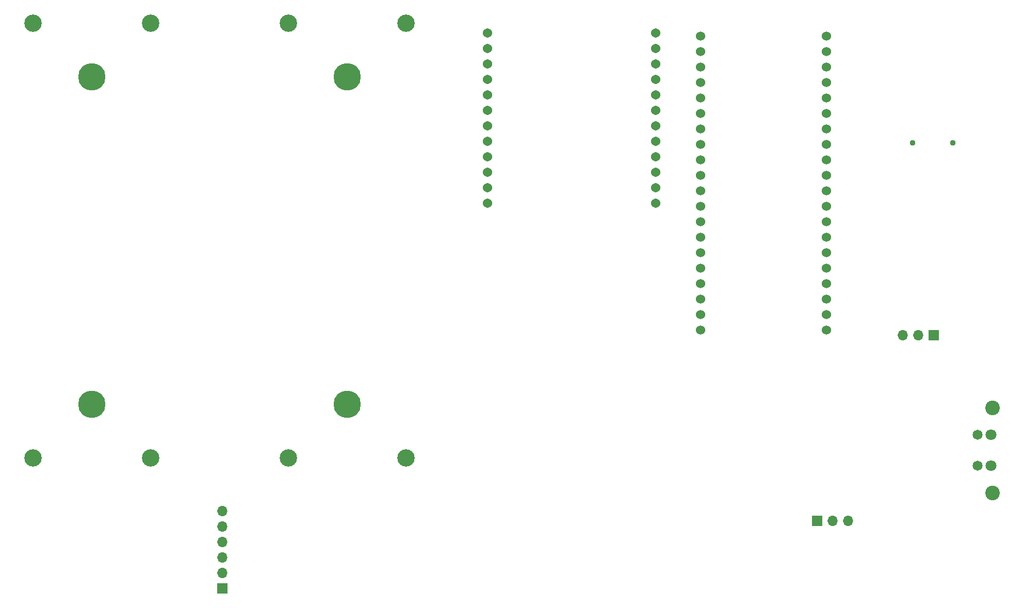
<source format=gbr>
%TF.GenerationSoftware,KiCad,Pcbnew,(6.0.9)*%
%TF.CreationDate,2023-04-17T01:59:29-04:00*%
%TF.ProjectId,TrailCounter,54726169-6c43-46f7-956e-7465722e6b69,rev?*%
%TF.SameCoordinates,Original*%
%TF.FileFunction,Soldermask,Bot*%
%TF.FilePolarity,Negative*%
%FSLAX46Y46*%
G04 Gerber Fmt 4.6, Leading zero omitted, Abs format (unit mm)*
G04 Created by KiCad (PCBNEW (6.0.9)) date 2023-04-17 01:59:29*
%MOMM*%
%LPD*%
G01*
G04 APERTURE LIST*
%ADD10R,1.700000X1.700000*%
%ADD11O,1.700000X1.700000*%
%ADD12C,1.524000*%
%ADD13C,0.950000*%
%ADD14C,2.850000*%
%ADD15C,4.500000*%
%ADD16C,1.540000*%
%ADD17C,1.650000*%
%ADD18C,1.800000*%
%ADD19C,2.400000*%
G04 APERTURE END LIST*
D10*
%TO.C,J4*%
X171145200Y-113842800D03*
D11*
X173685200Y-113842800D03*
X176225200Y-113842800D03*
%TD*%
D10*
%TO.C,J5*%
X190231000Y-83362800D03*
D11*
X187691000Y-83362800D03*
X185151000Y-83362800D03*
%TD*%
D12*
%TO.C,U4*%
X152006000Y-34290000D03*
X152006000Y-36830000D03*
X152006000Y-39370000D03*
X152006000Y-41910000D03*
X152006000Y-44450000D03*
X152006000Y-46990000D03*
X152006000Y-49530000D03*
X152006000Y-52070000D03*
X152006000Y-54610000D03*
X152006000Y-57150000D03*
X152006000Y-59690000D03*
X152006000Y-62230000D03*
X152006000Y-64770000D03*
X152006000Y-67310000D03*
X152006000Y-69850000D03*
X152006000Y-72390000D03*
X152006000Y-74930000D03*
X152006000Y-77470000D03*
X152006000Y-80010000D03*
X152006000Y-82550000D03*
X172606000Y-34290000D03*
X172606000Y-36830000D03*
X172606000Y-39370000D03*
X172606000Y-41910000D03*
X172606000Y-44450000D03*
X172606000Y-46990000D03*
X172606000Y-49530000D03*
X172606000Y-52070000D03*
X172606000Y-54610000D03*
X172606000Y-57150000D03*
X172606000Y-59690000D03*
X172606000Y-62230000D03*
X172606000Y-64770000D03*
X172606000Y-67310000D03*
X172606000Y-69850000D03*
X172606000Y-72390000D03*
X172606000Y-74930000D03*
X172606000Y-77470000D03*
X172606000Y-80010000D03*
X172606000Y-82550000D03*
%TD*%
D13*
%TO.C,J2*%
X186800200Y-51797000D03*
X193400200Y-51797000D03*
%TD*%
D14*
%TO.C,U2*%
X61720000Y-103518000D03*
X61720000Y-32118000D03*
X42420000Y-32118000D03*
X42420000Y-103518000D03*
D15*
X52070000Y-94668000D03*
X52070000Y-40968000D03*
%TD*%
D16*
%TO.C,U5*%
X117010000Y-33782000D03*
X117010000Y-36322000D03*
X117010000Y-38862000D03*
X117010000Y-41402000D03*
X117010000Y-43942000D03*
X117010000Y-46482000D03*
X117010000Y-49022000D03*
X117010000Y-51562000D03*
X117010000Y-54102000D03*
X117010000Y-56642000D03*
X117010000Y-59182000D03*
X117010000Y-61722000D03*
X144610000Y-33782000D03*
X144610000Y-36322000D03*
X144610000Y-38862000D03*
X144610000Y-41402000D03*
X144610000Y-43942000D03*
X144610000Y-46482000D03*
X144610000Y-49022000D03*
X144610000Y-51562000D03*
X144610000Y-54102000D03*
X144610000Y-56642000D03*
X144610000Y-59182000D03*
X144610000Y-61722000D03*
%TD*%
D10*
%TO.C,J3*%
X73456800Y-124917200D03*
D11*
X73456800Y-122377200D03*
X73456800Y-119837200D03*
X73456800Y-117297200D03*
X73456800Y-114757200D03*
X73456800Y-112217200D03*
%TD*%
D17*
%TO.C,J1*%
X197456000Y-99710400D03*
X197456000Y-104810400D03*
D18*
X199656000Y-99710400D03*
X199656000Y-104810400D03*
D19*
X199906000Y-109260400D03*
X199906000Y-95260400D03*
%TD*%
D14*
%TO.C,U1*%
X103630000Y-103518000D03*
X103630000Y-32118000D03*
X84330000Y-32118000D03*
X84330000Y-103518000D03*
D15*
X93980000Y-94668000D03*
X93980000Y-40968000D03*
%TD*%
M02*

</source>
